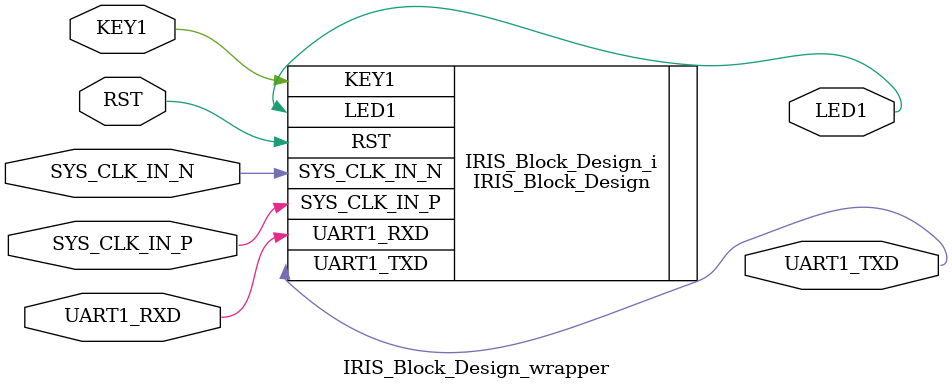
<source format=v>
`timescale 1 ps / 1 ps

module IRIS_Block_Design_wrapper
   (KEY1,
    LED1,
    RST,
    SYS_CLK_IN_N,
    SYS_CLK_IN_P,
    UART1_RXD,
    UART1_TXD);
  input [0:0]KEY1;
  output [0:0]LED1;
  input RST;
  input SYS_CLK_IN_N;
  input SYS_CLK_IN_P;
  input UART1_RXD;
  output UART1_TXD;

  wire [0:0]KEY1;
  wire [0:0]LED1;
  wire RST;
  wire SYS_CLK_IN_N;
  wire SYS_CLK_IN_P;
  wire UART1_RXD;
  wire UART1_TXD;

  IRIS_Block_Design IRIS_Block_Design_i
       (.KEY1(KEY1),
        .LED1(LED1),
        .RST(RST),
        .SYS_CLK_IN_N(SYS_CLK_IN_N),
        .SYS_CLK_IN_P(SYS_CLK_IN_P),
        .UART1_RXD(UART1_RXD),
        .UART1_TXD(UART1_TXD));
endmodule

</source>
